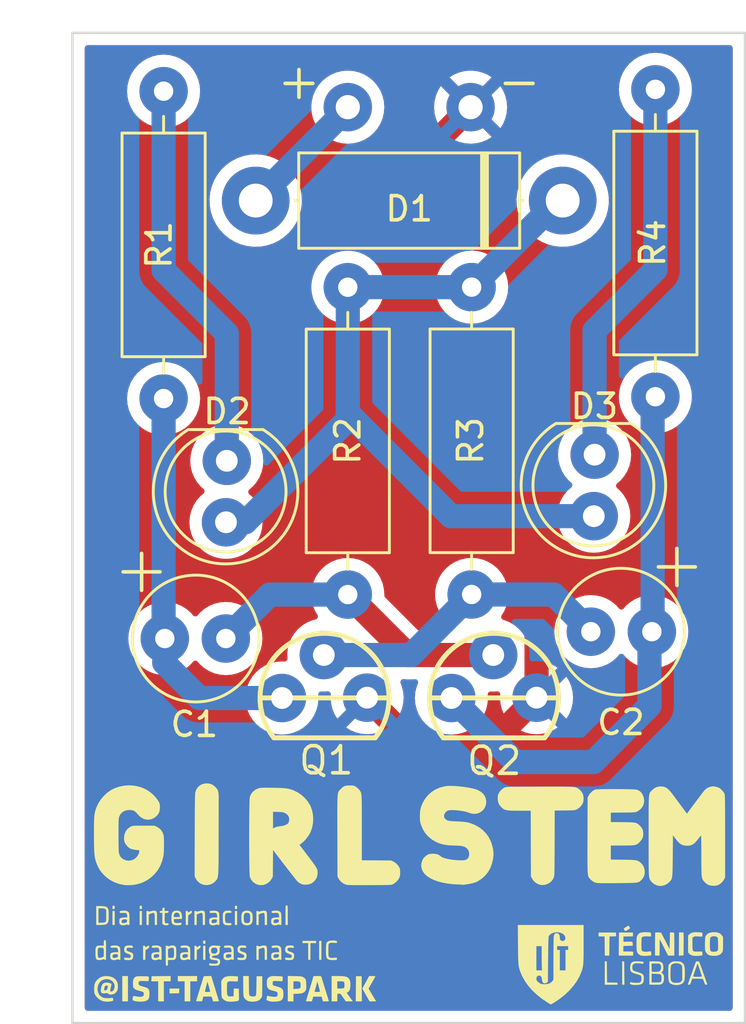
<source format=kicad_pcb>
(kicad_pcb (version 20211014) (generator pcbnew)
  (layers (0 "F.Cu" signal) (31 "B.Cu" signal) (34 "B.Paste" user) (35 "F.Paste" user) (36 "B.SilkS" user "B.Silkscreen") (37 "F.SilkS" user "F.Silkscreen") (38 "B.Mask" user) (39 "F.Mask" user) (44 "Edge.Cuts" user))
  (net 0 "")
  (net 1 "Net-(C1-Pad1)")
  (net 2 "GND")
  (net 3 "Net-(C1-Pad2)")
  (net 4 "Net-(C2-Pad2)")
  (net 5 "PWR")
  (net 6 "Net-(D1-Pad2)")
  (net 7 "Net-(D2-Pad1)")
  (net 8 "Net-(D3-Pad1)")
  (net 9 "Net-(C2-Pad1)")
  (footprint "Diode_THT:D_5W_P12.70mm_Horizontal" (layer "F.Cu") (at 155.58 83.446137 180)
    (fp_text reference "D1" (at 6.35 -0.34) (layer "F.SilkS"))
    (fp_text value "D")
    (pad "1" thru_hole circle locked (at 0 0 180) (size 2.8 2.8) (drill 1.4) (layers *.Cu *.Mask) (net 5 "PWR"))
    (pad "2" thru_hole oval locked (at 12.7 0 180) (size 2.8 2.8) (drill 1.4) (layers *.Cu *.Mask) (net 6 "Net-(D1-Pad2)"))
  )
  (footprint "LOGO IST:atividade-raparigas2" (layer "F.Cu") (at 149.24 111.66)
    (fp_text reference "G***" hide)
    (fp_text value "LOGO" hide)
  )
  (footprint "kit-introducao-soldadura:LED_D5.0mm" (layer "F.Cu") (at 141.634797 94.199069 -90)
    (fp_text reference "D2" (at -2.037706 -0.061998 180) (layer "F.SilkS"))
    (fp_text value "LED")
    (pad "1" thru_hole circle (at 0 -0.049471 270) (size 2 2) (drill 0.9) (layers *.Cu *.Mask) (net 7 "Net-(D2-Pad1)"))
    (pad "2" thru_hole circle (at 2.54 -0.016134 270) (size 2 2) (drill 0.9) (layers *.Cu *.Mask) (net 5 "PWR"))
  )
  (footprint "kit-introducao-soldadura:LED_D5.0mm" (layer "F.Cu") (at 156.85 93.946137 -90)
    (fp_text reference "D3" (at -1.996776 -0.040267 180) (layer "F.SilkS"))
    (fp_text value "LED")
    (pad "1" thru_hole circle (at 0 -0.049471 270) (size 2 2) (drill 0.9) (layers *.Cu *.Mask) (net 8 "Net-(D3-Pad1)"))
    (pad "2" thru_hole circle (at 2.54 -0.016134 270) (size 2 2) (drill 0.9) (layers *.Cu *.Mask) (net 5 "PWR"))
  )
  (footprint "kit-introducao-soldadura:CP_Radial_D5.0mm_P2.00mm" (layer "F.Cu") (at 158.99 101.26 180)
    (fp_text reference "C2" (at 1 -3.75) (layer "F.SilkS"))
    (fp_text value "C_Polarized")
    (fp_text user "+" (at -1.312943 2.521546 180 unlocked) (layer "F.SilkS") (effects (font (size 2 2))))
    (pad "1" thru_hole circle (at -0.278394 0 180) (size 2 2) (drill 0.8) (layers *.Cu *.Mask) (net 9 "Net-(C2-Pad1)"))
    (pad "2" thru_hole circle (at 2.245881 0 180) (size 2 2) (drill 0.8) (layers *.Cu *.Mask) (net 4 "Net-(C2-Pad2)"))
  )
  (footprint "kit-introducao-soldadura:pad" (layer "F.Cu") (at 146.69 79.586137)
    (fp_text reference "J1" hide)
    (fp_text value "Conn_01x01_Male")
    (pad "1" thru_hole circle (at 0 0) (size 2 2) (drill 1) (layers *.Cu *.Mask) (net 6 "Net-(D1-Pad2)"))
  )
  (footprint "kit-introducao-soldadura:CP_Radial_D5.0mm_P2.00mm" (layer "F.Cu") (at 139.399197 101.542872)
    (fp_text reference "C1" (at 0.940803 3.547128) (layer "F.SilkS"))
    (fp_text value "C_Polarized")
    (fp_text user "+" (at -1.239914 -2.910216 unlocked) (layer "F.SilkS") (effects (font (size 2 2))))
    (pad "1" thru_hole circle (at -0.278394 0) (size 2 2) (drill 0.8) (layers *.Cu *.Mask) (net 1 "Net-(C1-Pad1)"))
    (pad "2" thru_hole circle (at 2.245881 0) (size 2 2) (drill 0.8) (layers *.Cu *.Mask) (net 3 "Net-(C1-Pad2)"))
  )
  (footprint "kit-introducao-soldadura:R_Axial_DIN0309_L9.0mm_D3.2mm_P12.70mm_Horizontal" (layer "F.Cu") (at 139.07 78.926137 -90)
    (fp_text reference "R1" (at 6.35 0.19 90) (layer "F.SilkS"))
    (fp_text value "R")
    (pad "1" thru_hole circle (at 0 0 270) (size 2 2) (drill 0.8) (layers *.Cu *.Mask) (net 7 "Net-(D2-Pad1)"))
    (pad "2" thru_hole circle (at 12.7 0 270) (size 2 2) (drill 0.8) (layers *.Cu *.Mask) (net 1 "Net-(C1-Pad1)"))
  )
  (footprint "kit-introducao-soldadura:R_Axial_DIN0309_L9.0mm_D3.2mm_P12.70mm_Horizontal" (layer "F.Cu") (at 151.813379 87.022752 -90)
    (fp_text reference "R3" (at 6.35 0.043379 90) (layer "F.SilkS"))
    (fp_text value "R")
    (pad "1" thru_hole circle (at 0 0 270) (size 2 2) (drill 0.8) (layers *.Cu *.Mask) (net 5 "PWR"))
    (pad "2" thru_hole circle (at 12.7 0 270) (size 2 2) (drill 0.8) (layers *.Cu *.Mask) (net 4 "Net-(C2-Pad2)"))
  )
  (footprint "kit-introducao-soldadura:TO92" (layer "F.Cu") (at 152.736807 103.996112)
    (fp_text reference "Q2" (at 0.013193 2.603888) (layer "F.SilkS") (effects (font (size 1.12 1.12))))
    (fp_text value "Q_NPN_BCE")
    (pad "1" thru_hole circle (at -0.030116 -1.771612) (size 2 2) (drill 0.9) (layers *.Cu *.Mask) (net 3 "Net-(C1-Pad2)"))
    (pad "2" thru_hole circle (at -1.761815 0.005261) (size 2 2) (drill 0.9) (layers *.Cu *.Mask) (net 9 "Net-(C2-Pad1)"))
    (pad "3" thru_hole circle (at 1.761815 -0.009796) (size 2 2) (drill 0.9) (layers *.Cu *.Mask) (net 2 "GND"))
  )
  (footprint "kit-introducao-soldadura:TO92" (layer "F.Cu") (at 145.727944 103.996112)
    (fp_text reference "Q1" (at 0.072056 2.583888) (layer "F.SilkS") (effects (font (size 1.12 1.12))))
    (fp_text value "Q_NPN_BCE")
    (pad "1" thru_hole circle (at -0.030116 -1.771612) (size 2 2) (drill 0.9) (layers *.Cu *.Mask) (net 4 "Net-(C2-Pad2)"))
    (pad "2" thru_hole circle (at -1.761815 0.005261) (size 2 2) (drill 0.9) (layers *.Cu *.Mask) (net 1 "Net-(C1-Pad1)"))
    (pad "3" thru_hole circle (at 1.761815 -0.009796) (size 2 2) (drill 0.9) (layers *.Cu *.Mask) (net 2 "GND"))
  )
  (footprint "kit-introducao-soldadura:R_Axial_DIN0309_L9.0mm_D3.2mm_P12.70mm_Horizontal" (layer "F.Cu") (at 159.415002 78.850072 -90)
    (fp_text reference "R4" (at 6.35 0.113076 90) (layer "F.SilkS"))
    (fp_text value "R")
    (pad "1" thru_hole circle (at 0 0 270) (size 2 2) (drill 0.8) (layers *.Cu *.Mask) (net 8 "Net-(D3-Pad1)"))
    (pad "2" thru_hole circle (at 12.7 0 270) (size 2 2) (drill 0.8) (layers *.Cu *.Mask) (net 9 "Net-(C2-Pad1)"))
  )
  (footprint "kit-introducao-soldadura:pad" (layer "F.Cu") (at 151.77 79.586137)
    (fp_text reference "J2" hide)
    (fp_text value "Conn_01x01_Male")
    (pad "1" thru_hole circle (at 0 0) (size 2 2) (drill 1) (layers *.Cu *.Mask) (net 2 "GND"))
  )
  (footprint "kit-introducao-soldadura:R_Axial_DIN0309_L9.0mm_D3.2mm_P12.70mm_Horizontal" (layer "F.Cu") (at 146.69 87.026775 -90)
    (fp_text reference "R2" (at 6.35 0 90) (layer "F.SilkS"))
    (fp_text value "R")
    (pad "1" thru_hole circle (at 0 0 270) (size 2 2) (drill 0.8) (layers *.Cu *.Mask) (net 5 "PWR"))
    (pad "2" thru_hole circle (at 12.7 0 270) (size 2 2) (drill 0.8) (layers *.Cu *.Mask) (net 3 "Net-(C1-Pad2)"))
  )
  (gr_rect (start 135.3 76.516137) (end 163.12 117.436137) (layer "Edge.Cuts") (width 0.1) (fill none))
  (gr_text "+" (at 144.67 78.49) (layer "F.SilkS") (effects (font (size 1.5 1.5))))
  (gr_text "-" (at 153.78 78.49) (layer "F.SilkS") (effects (font (size 1.5 1.5))))
  (segment (start 139.096694 102.546694) (end 140.551373 104.001373) (width 1) (layer "B.Cu") (net 1))
  (segment (start 140.551373 104.001373) (end 143.966129 104.001373) (width 1) (layer "B.Cu") (net 1))
  (segment (start 139.07 91.626137) (end 139.07 101.497176) (width 1) (layer "B.Cu") (net 1))
  (segment (start 139.07 101.497176) (end 138.990693 101.576483) (width 1) (layer "B.Cu") (net 1))
  (segment (start 139.096694 101.576483) (end 139.096694 102.546694) (width 1) (layer "B.Cu") (net 1))
  (segment (start 147.489759 103.986316) (end 149.683443 106.18) (width 1) (layer "F.Cu") (net 2))
  (segment (start 149.683443 106.18) (end 152.304938 106.18) (width 1) (layer "F.Cu") (net 2))
  (segment (start 149.23 82.126137) (end 151.77 79.586137) (width 1) (layer "F.Cu") (net 2))
  (segment (start 152.304938 106.18) (end 154.498622 103.986316) (width 1) (layer "F.Cu") (net 2))
  (segment (start 154.498622 103.986316) (end 154.498622 99.214759) (width 1) (layer "F.Cu") (net 2))
  (segment (start 149.23 93.946137) (end 149.23 82.126137) (width 1) (layer "F.Cu") (net 2))
  (segment (start 154.498622 99.214759) (end 149.23 93.946137) (width 1) (layer "F.Cu") (net 2))
  (segment (start 149.187725 102.2245) (end 152.706691 102.2245) (width 1) (layer "F.Cu") (net 3))
  (segment (start 146.69 99.726775) (end 149.187725 102.2245) (width 1) (layer "F.Cu") (net 3))
  (segment (start 143.461175 99.726775) (end 146.69 99.726775) (width 1) (layer "B.Cu") (net 3))
  (segment (start 141.645078 101.542872) (end 143.461175 99.726775) (width 1) (layer "B.Cu") (net 3))
  (segment (start 156.638321 101.154202) (end 156.62216 101.154202) (width 1) (layer "B.Cu") (net 4))
  (segment (start 151.813379 99.722752) (end 155.206871 99.722752) (width 1) (layer "B.Cu") (net 4))
  (segment (start 155.206871 99.722752) (end 156.638321 101.154202) (width 1) (layer "B.Cu") (net 4))
  (segment (start 149.311631 102.2245) (end 145.697828 102.2245) (width 1) (layer "B.Cu") (net 4))
  (segment (start 151.813379 99.722752) (end 149.311631 102.2245) (width 1) (layer "B.Cu") (net 4))
  (segment (start 146.69 92.22) (end 146.69 91.7) (width 1) (layer "B.Cu") (net 5))
  (segment (start 150.956137 96.486137) (end 146.69 92.22) (width 1) (layer "B.Cu") (net 5))
  (segment (start 146.694023 87.022752) (end 146.69 87.026775) (width 1) (layer "B.Cu") (net 5))
  (segment (start 156.866134 96.486137) (end 150.956137 96.486137) (width 1) (layer "B.Cu") (net 5))
  (segment (start 151.813379 87.022752) (end 146.694023 87.022752) (width 1) (layer "B.Cu") (net 5))
  (segment (start 141.650931 96.739069) (end 142.450931 96.739069) (width 1) (layer "B.Cu") (net 5))
  (segment (start 155.389994 83.446137) (end 151.813379 87.022752) (width 1) (layer "B.Cu") (net 5))
  (segment (start 146.69 91.7) (end 146.69 87.026775) (width 1) (layer "B.Cu") (net 5))
  (segment (start 146.69 92.5) (end 146.69 91.7) (width 1) (layer "B.Cu") (net 5))
  (segment (start 142.450931 96.739069) (end 146.69 92.5) (width 1) (layer "B.Cu") (net 5))
  (segment (start 155.58 83.446137) (end 155.389994 83.446137) (width 1) (layer "B.Cu") (net 5))
  (segment (start 146.69 79.586137) (end 146.69 79.636137) (width 1) (layer "B.Cu") (net 6))
  (segment (start 146.69 79.636137) (end 142.88 83.446137) (width 1) (layer "B.Cu") (net 6))
  (segment (start 139.07 86.326137) (end 141.684268 88.940405) (width 1) (layer "B.Cu") (net 7))
  (segment (start 141.684268 88.940405) (end 141.684268 94.199069) (width 1) (layer "B.Cu") (net 7))
  (segment (start 139.07 78.926137) (end 139.07 86.326137) (width 1) (layer "B.Cu") (net 7))
  (segment (start 159.415002 78.850072) (end 159.415002 86.301135) (width 1) (layer "B.Cu") (net 8))
  (segment (start 159.415002 86.301135) (end 156.899471 88.816666) (width 1) (layer "B.Cu") (net 8))
  (segment (start 156.899471 88.816666) (end 156.899471 93.946137) (width 1) (layer "B.Cu") (net 8))
  (segment (start 159.300091 100.991044) (end 159.170544 101.120591) (width 1) (layer "B.Cu") (net 9))
  (segment (start 156.85 106.646137) (end 159.170544 104.325593) (width 1) (layer "B.Cu") (net 9))
  (segment (start 150.974992 104.001373) (end 153.619756 106.646137) (width 1) (layer "B.Cu") (net 9))
  (segment (start 159.170544 104.325593) (end 159.170544 101.120591) (width 1) (layer "B.Cu") (net 9))
  (segment (start 159.300091 101.228303) (end 159.268394 101.26) (width 1) (layer "B.Cu") (net 9))
  (segment (start 159.300091 91.269962) (end 159.300091 101.228303) (width 1) (layer "B.Cu") (net 9))
  (segment (start 153.619756 106.646137) (end 156.85 106.646137) (width 1) (layer "B.Cu") (net 9))
  (zone (net 2) (net_name "GND") (layer "F.Cu") (connect_pads (clearance 0.508)) (min_thickness 0.254) (fill yes (thermal_gap 0.508) (thermal_bridge_width 0.508))
    (polygon (pts (xy 163.05991 117.320148) (xy 135.36991 117.310148) (xy 135.36 76.9064) (xy 135.36 76.52) (xy 163.06 76.52)))
  )
  (zone (net 2) (net_name "GND") (layer "B.Cu") (connect_pads (clearance 0.508)) (min_thickness 0.254) (fill yes (thermal_gap 0.508) (thermal_bridge_width 0.508))
    (polygon (pts (xy 163.070138 76.520041) (xy 163.05991 117.320022) (xy 135.34991 117.310022) (xy 135.35 76.9) (xy 135.360138 76.510041)))
  )
)
</source>
